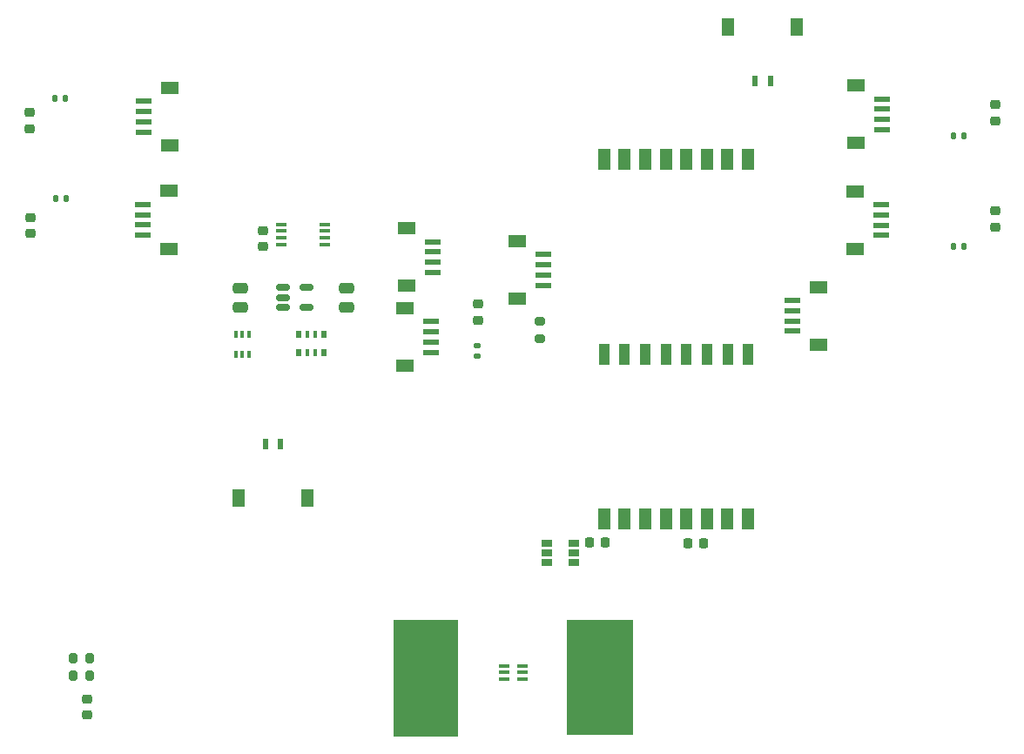
<source format=gbr>
%TF.GenerationSoftware,KiCad,Pcbnew,7.0.1*%
%TF.CreationDate,2024-01-14T19:17:53-07:00*%
%TF.ProjectId,antenna_top_cap,616e7465-6e6e-4615-9f74-6f705f636170,rev?*%
%TF.SameCoordinates,Original*%
%TF.FileFunction,Paste,Top*%
%TF.FilePolarity,Positive*%
%FSLAX46Y46*%
G04 Gerber Fmt 4.6, Leading zero omitted, Abs format (unit mm)*
G04 Created by KiCad (PCBNEW 7.0.1) date 2024-01-14 19:17:53*
%MOMM*%
%LPD*%
G01*
G04 APERTURE LIST*
G04 Aperture macros list*
%AMRoundRect*
0 Rectangle with rounded corners*
0 $1 Rounding radius*
0 $2 $3 $4 $5 $6 $7 $8 $9 X,Y pos of 4 corners*
0 Add a 4 corners polygon primitive as box body*
4,1,4,$2,$3,$4,$5,$6,$7,$8,$9,$2,$3,0*
0 Add four circle primitives for the rounded corners*
1,1,$1+$1,$2,$3*
1,1,$1+$1,$4,$5*
1,1,$1+$1,$6,$7*
1,1,$1+$1,$8,$9*
0 Add four rect primitives between the rounded corners*
20,1,$1+$1,$2,$3,$4,$5,0*
20,1,$1+$1,$4,$5,$6,$7,0*
20,1,$1+$1,$6,$7,$8,$9,0*
20,1,$1+$1,$8,$9,$2,$3,0*%
G04 Aperture macros list end*
%ADD10R,1.800000X1.200000*%
%ADD11R,1.550000X0.600000*%
%ADD12RoundRect,0.200000X-0.200000X-0.275000X0.200000X-0.275000X0.200000X0.275000X-0.200000X0.275000X0*%
%ADD13R,1.000000X0.350000*%
%ADD14R,1.000000X2.000000*%
%ADD15R,1.000000X0.700000*%
%ADD16R,0.600000X1.000000*%
%ADD17R,1.250000X1.800000*%
%ADD18RoundRect,0.218750X0.256250X-0.218750X0.256250X0.218750X-0.256250X0.218750X-0.256250X-0.218750X0*%
%ADD19RoundRect,0.250000X-0.475000X0.250000X-0.475000X-0.250000X0.475000X-0.250000X0.475000X0.250000X0*%
%ADD20RoundRect,0.135000X0.135000X0.185000X-0.135000X0.185000X-0.135000X-0.185000X0.135000X-0.185000X0*%
%ADD21RoundRect,0.250000X0.475000X-0.250000X0.475000X0.250000X-0.475000X0.250000X-0.475000X-0.250000X0*%
%ADD22RoundRect,0.218750X-0.256250X0.218750X-0.256250X-0.218750X0.256250X-0.218750X0.256250X0.218750X0*%
%ADD23RoundRect,0.225000X0.225000X0.250000X-0.225000X0.250000X-0.225000X-0.250000X0.225000X-0.250000X0*%
%ADD24RoundRect,0.135000X-0.135000X-0.185000X0.135000X-0.185000X0.135000X0.185000X-0.135000X0.185000X0*%
%ADD25R,6.390000X11.320000*%
%ADD26R,6.400000X11.300000*%
%ADD27RoundRect,0.200000X0.275000X-0.200000X0.275000X0.200000X-0.275000X0.200000X-0.275000X-0.200000X0*%
%ADD28RoundRect,0.150000X-0.512500X-0.150000X0.512500X-0.150000X0.512500X0.150000X-0.512500X0.150000X0*%
%ADD29R,1.100000X0.400000*%
%ADD30RoundRect,0.225000X-0.250000X0.225000X-0.250000X-0.225000X0.250000X-0.225000X0.250000X0.225000X0*%
%ADD31R,1.300000X2.000000*%
%ADD32RoundRect,0.225000X0.250000X-0.225000X0.250000X0.225000X-0.250000X0.225000X-0.250000X-0.225000X0*%
%ADD33R,0.400000X0.650000*%
%ADD34R,0.500000X0.800000*%
%ADD35R,0.400000X0.800000*%
%ADD36RoundRect,0.135000X0.185000X-0.135000X0.185000X0.135000X-0.185000X0.135000X-0.185000X-0.135000X0*%
G04 APERTURE END LIST*
D10*
%TO.C,J18*%
X195165800Y-103559400D03*
X195165800Y-97959400D03*
D11*
X192640800Y-102259400D03*
X192640800Y-101259400D03*
X192640800Y-100259400D03*
X192640800Y-99259400D03*
%TD*%
D12*
%TO.C,R4*%
X122695800Y-135769400D03*
X124345800Y-135769400D03*
%TD*%
D11*
%TO.C,J9*%
X129550800Y-79889400D03*
X129550800Y-80889400D03*
X129550800Y-81889400D03*
X129550800Y-82889400D03*
D10*
X132075800Y-78589400D03*
X132075800Y-84189400D03*
%TD*%
D11*
%TO.C,J17*%
X168450800Y-97809400D03*
X168450800Y-96809400D03*
X168450800Y-95809400D03*
X168450800Y-94809400D03*
D10*
X165925800Y-99109400D03*
X165925800Y-93509400D03*
%TD*%
D13*
%TO.C,U3*%
X164585800Y-134799400D03*
X164585800Y-135449400D03*
X164585800Y-136099400D03*
X166385800Y-136099400D03*
X166385800Y-135449400D03*
X166385800Y-134799400D03*
%TD*%
D14*
%TO.C,U6*%
X188345800Y-104529400D03*
X186345800Y-104529400D03*
X184345800Y-104529400D03*
X182345800Y-104529400D03*
X180345800Y-104529400D03*
X178345800Y-104529400D03*
X176345800Y-104529400D03*
X174345800Y-104529400D03*
X174345800Y-120529400D03*
X176345800Y-120529400D03*
X178345800Y-120529400D03*
X180345800Y-120529400D03*
X182345800Y-120529400D03*
X184345800Y-120529400D03*
X186345800Y-120529400D03*
X188345800Y-120529400D03*
%TD*%
D11*
%TO.C,J16*%
X201350800Y-82659400D03*
X201350800Y-81659400D03*
X201350800Y-80659400D03*
X201350800Y-79659400D03*
D10*
X198825800Y-83959400D03*
X198825800Y-78359400D03*
%TD*%
D15*
%TO.C,U4*%
X171365800Y-124739400D03*
X171365800Y-123789400D03*
X171365800Y-122839400D03*
X168765800Y-122839400D03*
X168765800Y-123789400D03*
X168765800Y-124739400D03*
%TD*%
D16*
%TO.C,J2*%
X190490798Y-77889400D03*
X188990798Y-77889400D03*
D17*
X193095798Y-72699400D03*
X186385798Y-72699400D03*
%TD*%
D18*
%TO.C,D1*%
X162075800Y-101209400D03*
X162075800Y-99634400D03*
%TD*%
D11*
%TO.C,J14*%
X201305800Y-92939400D03*
X201305800Y-91939400D03*
X201305800Y-90939400D03*
X201305800Y-89939400D03*
D10*
X198780800Y-94239400D03*
X198780800Y-88639400D03*
%TD*%
D18*
%TO.C,D4*%
X212355800Y-92154400D03*
X212355800Y-90579400D03*
%TD*%
%TO.C,D5*%
X212365800Y-81824400D03*
X212365800Y-80249400D03*
%TD*%
D11*
%TO.C,J4*%
X157495800Y-104299400D03*
X157495800Y-103299400D03*
X157495800Y-102299400D03*
X157495800Y-101299400D03*
D10*
X154970800Y-105599400D03*
X154970800Y-99999400D03*
%TD*%
D19*
%TO.C,C2*%
X149275800Y-98039400D03*
X149275800Y-99939400D03*
%TD*%
D20*
%TO.C,R6*%
X121995800Y-89359400D03*
X120975800Y-89359400D03*
%TD*%
D21*
%TO.C,C1*%
X139005800Y-99949400D03*
X139005800Y-98049400D03*
%TD*%
D22*
%TO.C,D3*%
X118595800Y-91199400D03*
X118595800Y-92774400D03*
%TD*%
D23*
%TO.C,C4*%
X184050800Y-122869400D03*
X182500800Y-122869400D03*
%TD*%
D24*
%TO.C,R8*%
X208325800Y-83259400D03*
X209345800Y-83259400D03*
%TD*%
D25*
%TO.C,J6*%
X156990800Y-135964400D03*
D26*
X173970800Y-135944400D03*
%TD*%
D27*
%TO.C,R9*%
X168085800Y-102954400D03*
X168085800Y-101304400D03*
%TD*%
D16*
%TO.C,J3*%
X141400800Y-113249400D03*
X142900800Y-113249400D03*
D17*
X138795800Y-118439400D03*
X145505800Y-118439400D03*
%TD*%
D28*
%TO.C,U2*%
X143140800Y-98029400D03*
X143140800Y-98979400D03*
X143140800Y-99929400D03*
X145415800Y-99929400D03*
X145415800Y-98029400D03*
%TD*%
D29*
%TO.C,IC1*%
X147215800Y-93824400D03*
X147215800Y-93174400D03*
X147215800Y-92524400D03*
X147215800Y-91874400D03*
X142915800Y-91874400D03*
X142915800Y-92524400D03*
X142915800Y-93174400D03*
X142915800Y-93824400D03*
%TD*%
D11*
%TO.C,J8*%
X157648300Y-96549400D03*
X157648300Y-95549400D03*
X157648300Y-94549400D03*
X157648300Y-93549400D03*
D10*
X155123300Y-97849400D03*
X155123300Y-92249400D03*
%TD*%
D24*
%TO.C,R7*%
X208345800Y-94019400D03*
X209365800Y-94019400D03*
%TD*%
D11*
%TO.C,J12*%
X129480800Y-89929400D03*
X129480800Y-90929400D03*
X129480800Y-91929400D03*
X129480800Y-92929400D03*
D10*
X132005800Y-88629400D03*
X132005800Y-94229400D03*
%TD*%
D12*
%TO.C,R2*%
X122710800Y-134049400D03*
X124360800Y-134049400D03*
%TD*%
D30*
%TO.C,C3*%
X124035800Y-138044400D03*
X124035800Y-139594400D03*
%TD*%
D31*
%TO.C,U5*%
X174337300Y-120534401D03*
X176337300Y-120534401D03*
X178337300Y-120534401D03*
X180337300Y-120534401D03*
X182337300Y-120534401D03*
X184337300Y-120534401D03*
X186337300Y-120534401D03*
X188337300Y-120534401D03*
X188337300Y-85534401D03*
X186337300Y-85534401D03*
X184337300Y-85534401D03*
X182337300Y-85534401D03*
X180337300Y-85534401D03*
X178337300Y-85534401D03*
X176337300Y-85534401D03*
X174337300Y-85534401D03*
%TD*%
D32*
%TO.C,C6*%
X141185800Y-93999400D03*
X141185800Y-92449400D03*
%TD*%
D33*
%TO.C,Q1*%
X139809486Y-102580224D03*
X139159486Y-102580224D03*
X138509486Y-102580224D03*
X138509486Y-104480224D03*
X139159486Y-104480224D03*
X139809486Y-104480224D03*
%TD*%
D23*
%TO.C,C8*%
X174460800Y-122819400D03*
X172910800Y-122819400D03*
%TD*%
D22*
%TO.C,D2*%
X118445800Y-80989400D03*
X118445800Y-82564400D03*
%TD*%
D34*
%TO.C,R3*%
X147079484Y-102570227D03*
D35*
X146279484Y-102570227D03*
X145479484Y-102570227D03*
D34*
X144679484Y-102570227D03*
X144679484Y-104370227D03*
D35*
X145479484Y-104370227D03*
X146279484Y-104370227D03*
D34*
X147079484Y-104370227D03*
%TD*%
D20*
%TO.C,R5*%
X121965800Y-79609400D03*
X120945800Y-79609400D03*
%TD*%
D36*
%TO.C,R1*%
X162035801Y-104714404D03*
X162035801Y-103694404D03*
%TD*%
M02*

</source>
